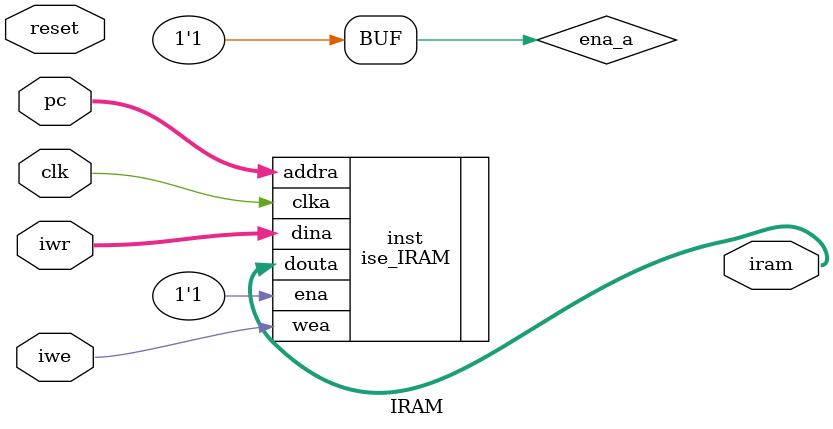
<source format=v>

`timescale 1ns/1ps
`default_nettype none
`define ISE
module IRAM(/*AUTOARG*/
   // Outputs
   output wire [48:0] iram,
   // Inputs
   input wire clk,
   input wire reset,
   input wire [13:0] pc,
   input wire [48:0] iwr, 
   input wire iwe
   );


   ////////////////////////////////////////////////////////////////////////////////

   localparam ADDR_WIDTH = 14;
   localparam DATA_WIDTH = 49;
   localparam MEM_DEPTH = 16384;

   ////////////////////////////////////////////////////////////////////////////////
`ifdef SIMULATION
`define INFER
`endif
//`define INFER
`ifdef INFER
   reg [48:0] ram [0:MEM_DEPTH-1];
   reg [48:0] out_a;

   assign iram = out_a;


   /* synthesis syn_ramstyle="block_ram" */
   always @(posedge clk)
     if (iwe) begin
       ram[pc] <= iwr;
     end

   always @(posedge clk)
     if (1'b1) begin
       out_a <= ram[pc];
     end
`elsif ISE
   wire ena_a = 1'b1 | iwe;

   ise_IRAM inst
     (
      .clka(clk),
      .ena(ena_a),
      .wea(iwe),
      .addra(pc),
      .dina(iwr),
      .douta(iram)
      /*AUTOINST*/);
`else
	altera_iram inst(
		.address(pc),
		.clock(clk),
		.data(iwr),
		.wren(iwe),
		.q(iram));
	/*
   /// TODO implement IRAM
	rom #(.ADDRESS_WIDTH(14), .DATA_WIDTH(49), .MEM_DEPTH(16384),
	 .MEM_FILE("ucadr-mcr-841.hex")) PROM
     (.clk_i(clk), .addr_i(pc), .q_o(iram));*/
`endif

endmodule

`default_nettype wire

// Local Variables:
// verilog-library-directories: ("../.." "../../cores/xilinx")
// End:

</source>
